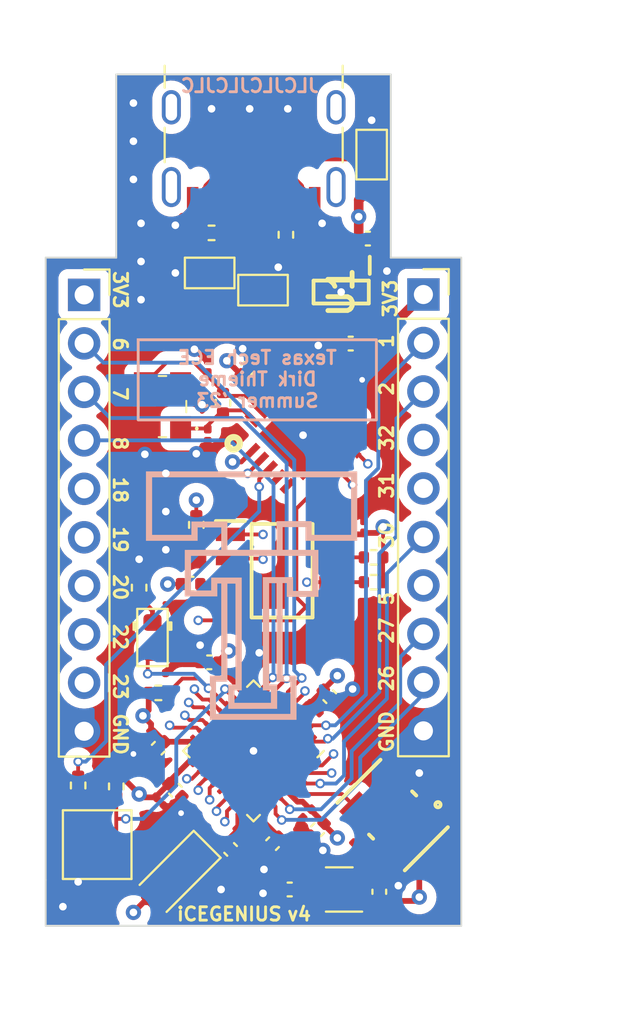
<source format=kicad_pcb>
(kicad_pcb (version 20221018) (generator pcbnew)
  (title_block (comment 4 "AISLER Project ID: WPOTRRML"))
  (layers (0 "F.Cu" signal) (1 "In1.Cu" power) (2 "In2.Cu" signal) (3 "In3.Cu" power) (4 "In4.Cu" power) (31 "B.Cu" signal) (34 "B.Paste" user) (35 "F.Paste" user) (36 "B.SilkS" user "B.Silkscreen") (37 "F.SilkS" user "F.Silkscreen") (38 "B.Mask" user) (39 "F.Mask" user) (44 "Edge.Cuts" user))
  (net 0 "")
  (net 1 "+5V")
  (net 2 "GND")
  (net 3 "+3V3")
  (net 4 "+1V2")
  (net 5 "Net-(IC1-OSC1)")
  (net 6 "Net-(IC1-OSC2)")
  (net 7 "Net-(IC1-VUSB)")
  (net 8 "+2V5")
  (net 10 "USB_D-")
  (net 11 "USB_D+")
  (net 12 "SS")
  (net 13 "CRESET_B_CTL")
  (net 16 "IOL_4B_GBIN7")
  (net 17 "IOL_5A_GBIN6")
  (net 18 "IOT_50_GBIN1")
  (net 19 "MOSI")
  (net 20 "IOR_36_GBIN2")
  (net 21 "IOR_35_GBIN3")
  (net 22 "IOL_2A")
  (net 23 "IOL_2B")
  (net 24 "IOR_34")
  (net 25 "IOR_38")
  (net 26 "IOR_39")
  (net 27 "IOT_45")
  (net 28 "IOT_47")
  (net 29 "IOT_52")
  (net 30 "IOT_53")
  (net 31 "IOL_4A")
  (net 32 "IOL_5B")
  (net 33 "CRESET_B")
  (net 35 "SCK")
  (net 37 "MISO")
  (net 40 "Net-(U3-{slash}HOLD_(IO3))")
  (net 41 "Net-(J1-CC1)")
  (net 43 "Net-(J1-CC2)")
  (net 46 "Net-(Q1-B)")
  (net 47 "Net-(U3-{slash}WP_(IO2))")
  (net 50 "/CLK_IN")
  (net 51 "Net-(D5-K)")
  (net 52 "Net-(D5-A)")
  (footprint "Connector_PinSocket_2.54mm:PinSocket_1x10_P2.54mm_Vertical" (layer "F.Cu") (at 164.915 88.53)
    (fp_text reference "J3" hide)
    (fp_text value "RIGHT")
  )
  (footprint "Resistor_SMD:R_0402_1005Metric" (layer "F.Cu") (at 157.7 85.4 -90)
    (fp_text reference "R1" hide)
    (fp_text value "5k1")
  )
  (footprint "PCM_Diode_SMD_AKL:D_0603_1608Metric" (layer "F.Cu") (at 150.7 106.5 -90)
    (fp_text reference "D5" hide)
    (fp_text value "CDONE" hide)
  )
  (footprint "Capacitor_SMD:C_0402_1005Metric" (layer "F.Cu") (at 157 117.3 -135)
    (fp_text reference "C14" hide)
    (fp_text value "1u")
  )
  (footprint "PCM_Diode_SMD_AKL:D_SOD-523_TVS" (layer "F.Cu") (at 156.5 88.3 180)
    (fp_text reference "D2" hide)
    (fp_text value "SC1006-01LTG" hide)
  )
  (footprint "Resistor_SMD:R_0402_1005Metric" (layer "F.Cu") (at 150 103.8875 -90)
    (fp_text reference "R10" hide)
    (fp_text value "10k")
  )
  (footprint "Package_DFN_QFN:HVQFN-32-1EP_5x5mm_P0.5mm_EP3.1x3.1mm" (layer "F.Cu") (at 156 112.43899 -135)
    (fp_text reference "U4" hide)
    (fp_text value "ICE40LP384-SG32")
  )
  (footprint "Capacitor_SMD:C_0402_1005Metric" (layer "F.Cu") (at 159.365685 116.568528 -135)
    (fp_text reference "C18" hide)
    (fp_text value "1u")
  )
  (footprint "SamacSys_Parts:ABM8AIG25000MHZ122ZT3" (layer "F.Cu") (at 151.225 94.4 90)
    (fp_text reference "Y1" hide)
    (fp_text value "815-ABM8AIG-12MHZ1ZT" hide)
  )
  (footprint "SamacSys_Parts:QFN65P500X500X100-21N-D" (layer "F.Cu") (at 158.6 95.9 45)
    (fp_text reference "IC1" hide)
    (fp_text value "MCP2210-I_MQ" hide)
  )
  (footprint "Capacitor_SMD:C_0201_0603Metric" (layer "F.Cu") (at 157.859135 117.982358 -135)
    (fp_text reference "C15" hide)
    (fp_text value "100n")
  )
  (footprint "PCM_Package_TO_SOT_SMD_AKL:SOT-23" (layer "F.Cu") (at 147.8 117.35)
    (fp_text reference "Q1" hide)
    (fp_text value "MMBT3904-TP\n" hide)
  )
  (footprint "Package_TO_SOT_SMD:SOT-353_SC-70-5" (layer "F.Cu") (at 160.5 119.7 180)
    (fp_text reference "U2" hide)
    (fp_text value "MIC5365-1.2YC5")
  )
  (footprint "Resistor_SMD:R_0402_1005Metric" (layer "F.Cu") (at 162.3 102.3 180)
    (fp_text reference "R4" hide)
    (fp_text value "10k")
  )
  (footprint "Resistor_SMD:R_0402_1005Metric" (layer "F.Cu") (at 162.3 103.6)
    (fp_text reference "R6" hide)
    (fp_text value "10k")
  )
  (footprint "Resistor_SMD:R_0402_1005Metric" (layer "F.Cu") (at 153.8 85.3 180)
    (fp_text reference "R2" hide)
    (fp_text value "5k1")
  )
  (footprint "SamacSys_Parts:SOIC127P600X175-8N" (layer "F.Cu") (at 157.5 103)
    (fp_text reference "U3" hide)
    (fp_text value "W25Q80DVSNIG" hide)
  )
  (footprint "Capacitor_SMD:C_0201_0603Metric" (layer "F.Cu") (at 155.1 108.3 45)
    (fp_text reference "C25" hide)
    (fp_text value "100n")
  )
  (footprint "Capacitor_SMD:C_0402_1005Metric" (layer "F.Cu") (at 151.9 114.5 -45)
    (fp_text reference "C16" hide)
    (fp_text value "1u")
  )
  (footprint "Capacitor_SMD:C_0402_1005Metric" (layer "F.Cu") (at 151 112.3 -135)
    (fp_text reference "C24" hide)
    (fp_text value "1u")
  )
  (footprint "Resistor_SMD:R_0402_1005Metric" (layer "F.Cu") (at 151.009999 109.4 180)
    (fp_text reference "R8" hide)
    (fp_text value "10k")
  )
  (footprint "Capacitor_SMD:C_0201_0603Metric" (layer "F.Cu") (at 153.6 95.9 -90)
    (fp_text reference "C8" hide)
    (fp_text value "24p")
  )
  (footprint "Capacitor_SMD:C_0201_0603Metric" (layer "F.Cu") (at 161 93.3 -45)
    (fp_text reference "C9" hide)
    (fp_text value "100n")
  )
  (footprint "SamacSys_Parts:SOT95P280X125-5N" (layer "F.Cu") (at 160.6 88.4 -90)
    (fp_text reference "U1")
    (fp_text value "BU33SD5WG-TR" hide)
  )
  (footprint "Resistor_SMD:R_0402_1005Metric" (layer "F.Cu") (at 148.8 114.3 90)
    (fp_text reference "R9" hide)
    (fp_text value "10k")
  )
  (footprint "Capacitor_SMD:C_0201_0603Metric" (layer "F.Cu") (at 156.32579 93.159135 45)
    (fp_text reference "C6" hide)
    (fp_text value "100n")
  )
  (footprint "Capacitor_SMD:C_0201_0603Metric" (layer "F.Cu") (at 155.379828 116.765614 -45)
    (fp_text reference "C13" hide)
    (fp_text value "100n")
  )
  (footprint "Capacitor_SMD:C_0201_0603Metric" (layer "F.Cu") (at 150.4 111.6 -135)
    (fp_text reference "C23" hide)
    (fp_text value "100n")
  )
  (footprint "PCM_Diode_SMD_AKL:D_SOD-523_TVS" (layer "F.Cu") (at 153.7 87.4)
    (fp_text reference "D4" hide)
    (fp_text value "SC1006-01LTG" hide)
  )
  (footprint "Capacitor_SMD:C_0402_1005Metric" (layer "F.Cu") (at 154.8 117.6 -45)
    (fp_text reference "C12" hide)
    (fp_text value "1u")
  )
  (footprint "Capacitor_SMD:C_0201_0603Metric" (layer "F.Cu") (at 159.2 110.2 -45)
    (fp_text reference "C21" hide)
    (fp_text value "100n")
  )
  (footprint "Capacitor_SMD:C_0402_1005Metric" (layer "F.Cu") (at 155.7 92.4 45)
    (fp_text reference "C5" hide)
    (fp_text value "1u")
  )
  (footprint "Capacitor_SMD:C_0402_1005Metric" (layer "F.Cu") (at 153.68 107.8 180)
    (fp_text reference "C22" hide)
    (fp_text value "1u")
  )
  (footprint "Capacitor_SMD:C_0201_0603Metric" (layer "F.Cu") (at 161.5 117.5 135)
    (fp_text reference "C11" hide)
    (fp_text value "10n")
  )
  (footprint "Capacitor_SMD:C_0201_0603Metric" (layer "F.Cu") (at 153.6 92.3 90)
    (fp_text reference "C7" hide)
    (fp_text value "24p")
  )
  (footprint "Resistor_SMD:R_0402_1005Metric" (layer "F.Cu") (at 152.7 103.7)
    (fp_text reference "R5" hide)
    (fp_text value "10k")
  )
  (footprint "Capacitor_SMD:C_0402_1005Metric" (layer "F.Cu") (at 162.6 119.82 90)
    (fp_text reference "C3" hide)
    (fp_text value "1u")
  )
  (footprint "Connector_PinSocket_2.54mm:PinSocket_1x10_P2.54mm_Vertical" (layer "F.Cu") (at 147.115 88.55)
    (fp_text reference "J2" hide)
    (fp_text value "LEFT")
  )
  (footprint "PCM_Diode_SMD_AKL:D_SOD-523_TVS" (layer "F.Cu") (at 162.2 81.2 -90)
    (fp_text reference "D3" hide)
    (fp_text value "SC1006-01LTG" hide)
  )
  (footprint "Capacitor_SMD:C_0201_0603Metric" (layer "F.Cu") (at 161.8 100.7 90)
    (fp_text reference "C10" hide)
    (fp_text value "100n")
  )
  (footprint "Capacitor_SMD:C_0402_1005Metric" (layer "F.Cu") (at 161.1 91.1 180)
    (fp_text reference "C2" hide)
    (fp_text value "1u")
  )
  (footprint "Connector_USB:USB_C_Receptacle_GCT_USB4105-xx-A_16P_TopMnt_Horizontal" (layer "F.Cu") (at 156.01 79.795 180)
    (fp_text reference "J1" hide)
    (fp_text value "USB4105-GF-A-060")
  )
  (footprint "Capacitor_SMD:C_0201_0603Metric" (layer "F.Cu") (at 151.1 115.1 -45)
    (fp_text reference "C17" hide)
    (fp_text value "100n")
  )
  (footprint "SamacSys_Parts:ASFL1" (layer "F.Cu") (at 163.3 115.8 135)
    (fp_text reference "Y2" hide)
    (fp_text value "ASFL1-100.000MHZ-L-T" hide)
  )
  (footprint "Capacitor_SMD:C_0402_1005Metric" (layer "F.Cu") (at 162 85.6)
    (fp_text reference "C1" hide)
    (fp_text value "1u")
  )
  (footprint "Resistor_SMD:R_0402_1005Metric" (layer "F.Cu") (at 153 100.6 90)
    (fp_text reference "R7" hide)
    (fp_text value "10k")
  )
  (footprint "Resistor_SMD:R_0402_1005Metric" (layer "F.Cu") (at 146.8 114.25 90)
    (fp_text reference "R11" hide)
    (fp_text value "10k")
  )
  (footprint "Diode_SMD:D_SOD-123" (layer "F.Cu") (at 151.9 119 -135)
    (fp_text reference "D1" hide)
    (fp_text value "1N4148W-TP")
  )
  (footprint "Capacitor_SMD:C_0402_1005Metric" (layer "F.Cu") (at 157.9 119.7 180)
    (fp_text reference "C4" hide)
    (fp_text value "1u")
  )
  (footprint "Capacitor_SMD:C_0402_1005Metric" (layer "F.Cu") (at 160 109.6 -45)
    (fp_text reference "C20" hide)
    (fp_text value "1u")
  )
  (footprint "Resistor_SMD:R_0402_1005Metric" (layer "F.Cu") (at 154.4 94.2 90)
    (fp_text reference "R3" hide)
    (fp_text value "1M")
  )
  (footprint "Capacitor_SMD:C_0201_0603Metric" (layer "F.Cu") (at 158.8 115.72 -135)
    (fp_text reference "C19" hide)
    (fp_text value "100n")
  )
  (footprint "Decals:TTU Logo" (layer "B.Cu") (at 155.850001 112.554227 180)
    (fp_text reference "REF**" hide)
    (fp_text value "TTU Logo" hide)
  )
  (gr_line (start 166.9 119.2) (end 166.9 121.6) (stroke (width 0.1)) (layer "Edge.Cuts"))
  (gr_line (start 145.1 119.2) (end 145.1 121.6) (stroke (width 0.1)) (layer "Edge.Cuts"))
  (gr_line (start 148.8 86.6) (end 145.1 86.6) (stroke (width 0.1)) (layer "Edge.Cuts"))
  (gr_line (start 166.9 119.2) (end 166.9 86.6) (stroke (width 0.1)) (layer "Edge.Cuts"))
  (gr_line (start 145.1 86.6) (end 145.1 119.2) (stroke (width 0.1)) (layer "Edge.Cuts"))
  (gr_line (start 166.9 121.6) (end 145.1 121.6) (stroke (width 0.1)) (layer "Edge.Cuts"))
  (gr_line (start 148.8 77) (end 148.8 86.6) (stroke (width 0.1)) (layer "Edge.Cuts"))
  (gr_line (start 166.9 86.6) (end 163.2 86.6) (stroke (width 0.1)) (layer "Edge.Cuts"))
  (gr_line (start 163.2 77) (end 148.8 77) (stroke (width 0.1)) (layer "Edge.Cuts"))
  (gr_line (start 163.2 77) (end 163.2 86.6) (stroke (width 0.1)) (layer "Edge.Cuts"))
  (gr_text "JLCJLCJLCJLC" (at 159.5 78) (layer "B.SilkS") (effects (font (size 0.7 0.7)) (justify left bottom mirror)))
  (gr_text "18" (at 148.6 98 270) (layer "F.SilkS") (effects (font (size 0.7 0.7)) (justify left bottom)))
  (gr_text "26" (at 163.4 109.4 90) (layer "F.SilkS") (effects (font (size 0.7 0.7)) (justify left bottom)))
  (gr_text "30" (at 163.4 101.900001 90) (layer "F.SilkS") (effects (font (size 0.7 0.7)) (justify left bottom)))
  (gr_text "GND" (at 163.4 112.6 90) (layer "F.SilkS") (effects (font (size 0.7 0.7)) (justify left bottom)))
  (gr_text "1" (at 163.4 91.4 90) (layer "F.SilkS") (effects (font (size 0.7 0.7)) (justify left bottom)))
  (gr_text "5" (at 163.4 104.9 90) (layer "F.SilkS") (effects (font (size 0.7 0.7)) (justify left bottom)))
  (gr_text "iCEGENIUS" (at 151.9 121.4) (layer "F.SilkS") (effects (font (size 0.7 0.7)) (justify left bottom)))
  (gr_text "22" (at 148.6 105.7 270) (layer "F.SilkS") (effects (font (size 0.7 0.7)) (justify left bottom)))
  (gr_text "2" (at 163.4 93.9 90) (layer "F.SilkS") (effects (font (size 0.7 0.7)) (justify left bottom)))
  (gr_text "7" (at 148.6 93.3 270) (layer "F.SilkS") (effects (font (size 0.7 0.7)) (justify left bottom)))
  (gr_text "23" (at 148.6 108.3 270) (layer "F.SilkS") (effects (font (size 0.7 0.7)) (justify left bottom)))
  (gr_text "3V3" (at 163.585 89.8 90) (layer "F.SilkS") (effects (font (size 0.7 0.7)) (justify left bottom)))
  (gr_text "v4" (at 157.7 121.4) (layer "F.SilkS") (effects (font (size 0.7 0.7)) (justify left bottom)))
  (gr_text "31" (at 163.4 99.3 90) (layer "F.SilkS") (effects (font (size 0.7 0.7)) (justify left bottom)))
  (gr_text "19" (at 148.6 100.6 270) (layer "F.SilkS") (effects (font (size 0.7 0.7)) (justify left bottom)))
  (gr_text "20" (at 148.6 103.1 270) (layer "F.SilkS") (effects (font (size 0.7 0.7)) (justify left bottom)))
  (gr_text "3V3" (at 148.6 87.22 -90) (layer "F.SilkS") (effects (font (size 0.7 0.7)) (justify left bottom)))
  (gr_text "6" (at 148.6 90.7 270) (layer "F.SilkS") (effects (font (size 0.7 0.7)) (justify left bottom)))
  (gr_text "27" (at 163.4 106.9 90) (layer "F.SilkS") (effects (font (size 0.7 0.7)) (justify left bottom)))
  (gr_text "GND" (at 148.6 110.4 270) (layer "F.SilkS") (effects (font (size 0.7 0.7)) (justify left bottom)))
  (gr_text "32" (at 163.4 96.8 90) (layer "F.SilkS") (effects (font (size 0.7 0.7)) (justify left bottom)))
  (gr_text "8" (at 148.6 95.9 270) (layer "F.SilkS") (effects (font (size 0.7 0.7)) (justify left bottom)))
  (gr_text_box "Texas Tech ECE\nDirk Thieme\nSummer '23" (start 149.95 90.9) (end 162.45 95.1) (layer "B.SilkS") (effects (font (size 0.7 0.7)) (justify top mirror)) (stroke (width 0.15)))
  (segment (start 156.810051 81.3) (end 158.41 82.899949) (width 0.5) (layer "F.Cu") (net 1))
  (segment (start 153.61 82.899949) (end 155.209949 81.3) (width 0.5) (layer "F.Cu") (net 1))
  (segment (start 155.989411 93.289411) (end 156.867588 94.167588) (width 0.3) (layer "F.Cu") (net 1))
  (segment (start 156.810051 81.3) (end 161.6 81.3) (width 0.5) (layer "F.Cu") (net 1))
  (segment (start 156.006587 93.385409) (end 155.910589 93.289411) (width 0.25) (layer "F.Cu") (net 1))
  (segment (start 153.61 83.475) (end 153.61 82.899949) (width 0.25) (layer "F.Cu") (net 1))
  (segment (start 155.910589 93.289411) (end 155.989411 93.289411) (width 0.25) (layer "F.Cu") (net 1))
  (segment (start 161.55 86.2) (end 161.55 85.73) (width 0.5) (layer "F.Cu") (net 1))
  (segment (start 154.9 97.3) (end 155.361523 97.3) (width 0.25) (layer "F.Cu") (net 1))
  (segment (start 154.621178 92) (end 155.360589 92.739411) (width 0.3) (layer "F.Cu") (net 1))
  (segment (start 161.6 81.3) (end 162.2 81.9) (width 0.5) (layer "F.Cu") (net 1))
  (segment (start 162.2 82.9) (end 162.2 81.9) (width 0.5) (layer "F.Cu") (net 1))
  (segment (start 161.55 85.73) (end 161.52 85.7) (width 0.5) (layer "F.Cu") (net 1))
  (segment (start 158.41 82.899949) (end 158.41 83.475) (width 0.25) (layer "F.Cu") (net 1))
  (segment (start 159.65 87) (end 159.65 86.6) (width 0.2) (layer "F.Cu") (net 1))
  (segment (start 161.52 84.455) (end 161.52 85.7) (width 0.5) (layer "F.Cu") (net 1))
  (segment (start 155.209949 81.3) (end 156.810051 81.3) (width 0.5) (layer "F.Cu") (net 1))
  (segment (start 156.099516 93.385409) (end 156.006587 93.385409) (width 0.25) (layer "F.Cu") (net 1))
  (segment (start 161.55 87) (end 161.55 86.2) (width 0.5) (layer "F.Cu") (net 1))
  (segment (start 160.05 86.2) (end 161.55 86.2) (width 0.2) (layer "F.Cu") (net 1))
  (segment (start 155.910589 93.289411) (end 155.360589 92.739411) (width 0.3) (layer "F.Cu") (net 1))
  (segment (start 161.52 83.58) (end 162.2 82.9) (width 0.5) (layer "F.Cu") (net 1))
  (segment (start 154.6 92) (end 154.621178 92) (width 0.25) (layer "F.Cu") (net 1))
  (segment (start 161.52 84.455) (end 161.52 83.58) (width 0.5) (layer "F.Cu") (net 1))
  (segment (start 155.361523 97.3) (end 155.94835 96.713173) (width 0.25) (layer "F.Cu") (net 1))
  (segment (start 159.65 86.6) (end 160.05 86.2) (width 0.2) (layer "F.Cu") (net 1))
  (via (at 154.6 92) (size 0.8) (drill 0.4) (layers "F.Cu" "B.Cu") (net 1))
  (via (at 154.9 97.3) (size 0.8) (drill 0.4) (layers "F.Cu" "B.Cu") (net 1))
  (via (at 161.52 84.455) (size 0.8) (drill 0.4) (layers "F.Cu" "B.Cu") (net 1))
  (segment (start 159.426274 110.426274) (end 159.913137 109.939411) (width 0.3) (layer "F.Cu") (net 2))
  (segment (start 152.4 84.5) (end 152.81 84.09) (width 0.5) (layer "F.Cu") (net 2))
  (segment (start 152.239411 115.660589) (end 152.239411 114.839411) (width 0.3) (layer "F.Cu") (net 2))
  (segment (start 153.29 85.3) (end 153.2 85.3) (width 0.5) (layer "F.Cu") (net 2))
  (segment (start 152.2 115.7) (end 151.826274 115.326274) (width 0.3) (layer "F.Cu") (net 2))
  (segment (start 156 112.43899) (end 156 112.792543) (width 0.2) (layer "F.Cu") (net 2))
  (segment (start 162.48 86.78) (end 163 87.3) (width 0.5) (layer "F.Cu") (net 2))
  (segment (start 157.7 86.7) (end 157.3 87.1) (width 0.5) (layer "F.Cu") (net 2))
  (segment (start 150.173726 112.126274) (end 149.7 112.6) (width 0.3) (layer "F.Cu") (net 2))
  (segment (start 155.839411 117.939411) (end 155.139411 117.939411) (width 0.3) (layer "F.Cu") (net 2))
  (segment (start 156.5 119.9) (end 156.7 119.7) (width 0.3) (layer "F.Cu") (net 2))
  (segment (start 152.25 93.25) (end 153.3 94.3) (width 0.5) (layer "F.Cu") (net 2))
  (segment (start 150.173726 111.826274) (end 150.173726 112.126274) (width 0.3) (layer "F.Cu") (net 2))
  (segment (start 158.573726 115.946274) (end 158.573726 116.455391) (width 0.3) (layer "F.Cu") (net 2))
  (segment (start 156.55 118.65) (end 156.660589 118.539411) (width 0.2) (layer "F.Cu") (net 2))
  (segment (start 157.2 87.2) (end 157.3 87.1) (width 0.5) (layer "F.Cu") (net 2))
  (segment (start 160.860589 109.939411) (end 161.2 109.6) (width 0.3) (layer "F.Cu") (net 2))
  (segment (start 153.22 107.8) (end 153.22 106.92) (width 0.3) (layer "F.Cu") (net 2))
  (segment (start 151.826274 115.326274) (end 151.326274 115.326274) (width 0.3) (layer "F.Cu") (net 2))
  (segment (start 153.48 91.98) (end 152.9 91.4) (width 0.25) (layer "F.Cu") (net 2))
  (segment (start 164.175843 114.124157) (end 164.7 113.6) (width 0.5) (layer "F.Cu") (net 2))
  (segment (start 160.62 91.1) (end 159.5 91.1) (width 0.5) (layer "F.Cu") (net 2))
  (segment (start 159.21 84.41) (end 159.6 84.8) (width 0.5) (layer "F.Cu") (net 2))
  (segment (start 150.660589 112.639411) (end 149.739411 112.639411) (width 0.3) (layer "F.Cu") (net 2))
  (segment (start 156.55 118.65) (end 155.606102 117.706102) (width 0.3) (layer "F.Cu") (net 2))
  (segment (start 157.2 88.3) (end 157.2 87.2) (width 0.5) (layer "F.Cu") (net 2))
  (segment (start 161.7 93.052548) (end 161.226274 93.526274) (width 0.3) (layer "F.Cu") (net 2))
  (segment (start 162.2 80.5) (end 162.2 79.4) (width 0.5) (layer "F.Cu") (net 2))
  (segment (start 155.726274 107.873726) (end 156.3 107.3) (width 0.3) (layer "F.Cu") (net 2))
  (segment (start 156.7 119.7) (end 157.42 119.7) (width 0.3) (layer "F.Cu") (net 2))
  (segment (start 156.552064 92.932861) (end 156.552064 92.573242) (width 0.3) (layer "F.Cu") (net 2))
  (segment (start 162.24 119.7) (end 162.6 119.34) (width 0.3) (layer "F.Cu") (net 2))
  (segment (start 154.795 104.905) (end 154.8 104.9) (width 0.5) (layer "F.Cu") (net 2))
  (segment (start 161.45 119.7) (end 162.24 119.7) (width 0.3) (layer "F.Cu") (net 2))
  (segment (start 157.327208 93.707969) (end 158.6 94.980761) (width 0.2) (layer "F.Cu") (net 2))
  (segment (start 159.913137 109.939411) (end 160.860589 109.939411) (width 0.3) (layer "F.Cu") (net 2))
  (segment (start 161.2 109.6) (end 161.2 109.2) (width 0.2) (layer "F.Cu") (net 2))
  (segment (start 161.273726 117.273726) (end 161.436289 117.111163) (width 0.2) (layer "F.Cu") (net 2))
  (segment (start 157.06066 112.43899) (end 158.253903 111.245747) (width 0.2) (layer "F.Cu") (net 2))
  (segment (start 156.552064 92.573242) (end 156.039411 92.060589) (width 0.3) (layer "F.Cu") (net 2))
  (segment (start 162.48 85.6) (end 162.48 86.78) (width 0.5) (layer "F.Cu") (net 2))
  (segment (start 156.039411 91.976141) (end 156.039411 92.060589) (width 0.25) (layer "F.Cu") (net 2))
  (segment (start 161.7 93) (end 161.7 93.052548) (width 0.2) (layer "F.Cu") (net 2))
  (segment (start 156.991368 118.208632) (end 157.632861 118.208632) (width 0.3) (layer "F.Cu") (net 2))
  (segment (start 156 112.792543) (end 154.453204 114.339339) (width 0.2) (layer "F.Cu") (net 2))
  (segment (start 157.7 85.91) (end 157.7 86.7) (width 0.5) (layer "F.Cu") (net 2))
  (segment (start 159.21 83.475) (end 159.21 84.41) (width 0.5) (layer "F.Cu") (net 2))
  (segment (start 152.3 84.5) (end 152.4 84.5) (width 0.5) (layer "F.Cu") (net 2))
  (segment (start 155.526274 107.873726) (end 155.726274 107.873726) (width 0.3) (layer "F.Cu") (net 2))
  (segment (start 153.6 96.2695) (end 153.6 96.22) (width 0.3) (layer "F.Cu") (net 2))
  (segment (start 159.026274 116.907939) (end 159.026274 117.035621) (width 0.2) (layer "F.Cu") (net 2))
  (segment (start 151.9 84.9) (end 152.3 84.5) (width 0.5) (layer "F.Cu") (net 2))
  (segment (start 152.81 84.09) (end 152.81 83.475) (width 0.5) (layer "F.Cu") (net 2))
  (segment (start 156.55 118.65) (end 155.839411 117.939411) (width 0.3) (layer "F.Cu") (net 2))
  (segment (start 160.6 87) (end 160.6 88.4) (width 0.5) (layer "F.Cu") (net 2))
  (segment (start 153.6 91.98) (end 153.48 91.98) (width 0.25) (layer "F.Cu") (net 2))
  (segment (start 153 87.4) (end 151.9 87.4) (width 0.5) (layer "F.Cu") (net 2))
  (segment (start 160.339411 109.939411) (end 160.860589 109.939411) (width 0.3) (layer "F.Cu") (net 2))
  (segment (start 156.660589 118.539411) (end 156.660589 117.639411) (width 0.3) (layer "F.Cu") (net 2))
  (segment (start 161.819134 117.111163) (end 163.179792 115.750505) (width 0.2) (layer "F.Cu") (net 2))
  (segment (start 153.22 106.92) (end 153.2 106.9) (width 0.2) (layer "F.Cu") (net 2))
  (segment (start 158.6 94.980761) (end 158.6 95.9) (width 0.2) (layer "F.Cu") (net 2))
  (segment (start 156.55 118.65) (end 156.991368 118.208632) (width 0.3) (layer "F.Cu") (net 2))
  (segment (start 161.436289 117.111163) (end 161.819134 117.111163) (width 0.2) (layer "F.Cu") (net 2))
  (segment (start 153.2 85.3) (end 152.4 84.5) (width 0.5) (layer "F.Cu") (net 2))
  (segment (start 152.175 93.25) (end 152.25 93.25) (width 0.5) (layer "F.Cu") (net 2))
  (segment (start 152.2 115.7) (end 152.239411 115.660589) (width 0.2) (layer "F.Cu") (net 2))
  (segment (start 159.026274 117.035621) (end 159.641121 117.650468) (width 0.3) (layer "F.Cu") (net 2))
  (segment (start 162.76 119.5) (end 162.6 119.34) (width 0.3) (layer "F.Cu") (net 2))
  (segment (start 153 96.8695) (end 153.6 96.2695) (width 0.3) (layer "F.Cu") (net 2))
  (segment (start 158.573726 116.455391) (end 159.026274 116.907939) (width 0.3) (layer "F.Cu") (net 2))
  (segment (start 154.788 104.905) (end 154.795 104.905) (width 0.5) (layer "F.Cu") (net 2))
  (segment (start 163.6 119.5) (end 162.76 119.5) (width 0.3) (layer "F.Cu") (net 2))
  (segment (start 163.179792 115.750505) (end 163.179792 114.124157) (width 0.2) (layer "F.Cu") (net 2))
  (segment (start 156 112.43899) (end 157.06066 112.43899) (width 0.2) (layer "F.Cu") (net 2))
  (segment (start 149.739411 112.639411) (end 149.7 112.6) (width 0.2) (layer "F.Cu") (net 2))
  (segment (start 155.606102 117.706102) (end 155.606102 116.991888) (width 0.3) (layer "F.Cu") (net 2))
  (segment (start 146.8 118.3) (end 146.8 119.3) (width 0.3) (layer "F.Cu") (net 2))
  (segment (start 150 103.3775) (end 150 102.4) (width 0.3) (layer "F.Cu") (net 2))
  (segment (start 150.275 96.875) (end 150.3 96.9) (width 0.5) (layer "F.Cu") (net 2))
  (segment (start 155.431635 91.368365) (end 156.039411 91.976141) (width 0.3) (layer "F.Cu") (net 2))
  (segment (start 163.179792 114.124157) (end 164.175843 114.124157) (width 0.5) (layer "F.Cu") (net 2))
  (segment (start 150.275 95.55) (end 150.275 96.875) (width 0.5) (layer "F.Cu") (net 2))
  (segment (start 159.5 91.1) (end 159.4 91.2) (width 0.5) (layer "F.Cu") (net 2))
  (via (at 163.6 119.5) (size 0.8) (drill 0.4) (layers "F.Cu" "B.Cu") (net 2))
  (via (at 151.9 84.9) (size 0.8) (drill 0.4) (layers "F.Cu" "B.Cu") (net 2))
  (via (at 151.4 97.899999) (size 0.8) (drill 0.4) (layers "F.Cu" "B.Cu") (net 2))
  (via (at 151.4 99.9) (size 0.8) (drill 0.4) (layers "F.Cu" "B.Cu") (net 2))
  (via (at 156.5 119.9) (size 0.8) (drill 0.4) (layers "F.Cu" "B.Cu") (net 2))
  (via (at 164.7 113.6) (size 0.8) (drill 0.4) (layers "F.Cu" "B.Cu") (net 2))
  (via (at 153 96.8695) (size 0.8) (drill 0.4) (layers "F.Cu" "B.Cu") (net 2))
  (via (at 155.8 78.8) (size 0.8) (drill 0.4) (layers "F.Cu" "B.Cu") (net 2))
  (via (at 159.4 91.2) (size 0.8) (drill 0.4) (layers "F.Cu" "B.Cu") (net 2))
  (via (at 152.9 91.4) (size 0.8) (drill 0.4) (layers "F.Cu" "B.Cu") (net 2))
  (via (at 157.800001 78.8) (size 0.8) (drill 0.4) (layers "F.Cu" "B.Cu") (net 2))
  (via (at 150.1 88.8) (size 0.8) (drill 0.4) (layers "F.Cu" "B.Cu") (net 2))
  (via (at 158.6 95.9) (size 0.8) (drill 0.4) (layers "F.Cu" "B.Cu") (net 2))
  (via (at 150.3 96.9) (size 0.8) (drill 0.4) (layers "F.Cu" "B.Cu") (net 2))
  (via (at 153.799999 78.8) (size 0.8) (drill 0.4) (layers "F.Cu" "B.Cu") (net 2))
  (via (at 161.7 93) (size 0.5) (drill 0.3) (layers "F.Cu" "B.Cu") (net 2))
  (via (at 151.4 101.900001) (size 0.8) (drill 0.4) (layers "F.Cu" "B.Cu") (net 2))
  (via (at 153.3 94.3) (size 0.8) (drill 0.4) (layers "F.Cu" "B.Cu") (net 2))
  (via (at 161.2 109.2) (size 0.8) (drill 0.4) (layers "F.Cu" "B.Cu") (net 2))
  (via (at 156.3 107.3) (size 0.8) (drill 0.4) (layers "F.Cu" "B.Cu") (net 2))
  (via (at 153.2 106.9) (size 0.8) (drill 0.4) (layers "F.Cu" "B.Cu") (net 2))
  (via (at 149.7 112.6) (size 0.5) (drill 0.3) (layers "F.Cu" "B.Cu") (net 2))
  (via (at 156.55 118.65) (size 0.8) (drill 0.4) (layers "F.Cu" "B.Cu") (net 2))
  (via (at 149.7 80.5) (size 0.8) (drill 0.4) (layers "F.Cu" "B.Cu") (net 2))
  (via (at 150.1 84.8) (size 0.8) (drill 0.4) (layers "F.Cu" "B.Cu") (net 2))
  (via (at 150 102.4) (size 0.8) (drill 0.4) (layers "F.Cu" "B.Cu") (net 2))
  (via (at 151.9 87.4) (size 0.8) (drill 0.4) (layers "F.Cu" "B.Cu") (net 2))
  (via (at 149.7 78.5) (size 0.8) (drill 0.4) (layers "F.Cu" "B.Cu") (net 2))
  (via (at 160.6 88.4) (size 0.8) (drill 0.4) (layers "F.Cu" "B.Cu") (net 2))
  (via (at 155.431635 91.368365) (size 0.8) (drill 0.4) (layers "F.Cu" "B.Cu") (net 2))
  (via (at 146.8 119.3) (size 0.8) (drill 0.4) (layers "F.Cu" "B.Cu") (net 2))
  (via (at 162.2 79.4) (size 0.8) (drill 0.4) (layers "F.Cu" "B.Cu") (net 2))
  (via (at 152.2 115.7) (size 0.5) (drill 0.3) (layers "F.Cu" "B.Cu") (net 2))
  (via (at 154.3 119.7) (size 0.8) (drill 0.4) (layers "F.Cu" "B.Cu") (net 2))
  (via (at 149.7 82.5) (size 0.8) (drill 0.4) (layers "F.Cu" "B.Cu") (net 2))
  (via (at 159.641121 117.650468) (size 0.8) (drill 0.4) (layers "F.Cu" "B.Cu") (net 2))
  (via (at 150.1 86.8) (size 0.8) (drill 0.4) (layers "F.Cu" "B.Cu") (net 2))
  (via (at 146 120.6) (size 0.8) (drill 0.4) (layers "F.Cu" "B.Cu") (net 2))
  (via (at 156 112.43899) (size 0.8) (drill 0.4) (layers "F.Cu" "B.Cu") (net 2))
  (via (at 163 87.3) (size 0.8) (drill 0.4) (layers "F.Cu" "B.Cu") (net 2))
  (via (at 157.3 87.1) (size 0.8) (drill 0.4) (layers "F.Cu" "B.Cu") (net 2))
  (via (at 159.6 84.8) (size 0.8) (drill 0.4) (layers "F.Cu" "B.Cu") (net 2))
  (segment (start 150.626274 111.026274) (end 150.2 110.6) (width 0.3) (layer "F.Cu") (net 3))
  (segment (start 163.169777 117.726274) (end 163.420208 117.475843) (width 0.2) (layer "F.Cu") (net 3))
  (segment (start 162.6 120.3) (end 161.5 120.3) (width 0.3) (layer "F.Cu") (net 3))
  (segment (start 161.55 91.07) (end 161.58 91.1) (width 0.5) (layer "F.Cu") (net 3))
  (segment (start 152.697056 112.925126) (end 153.03899 112.925126) (width 0.3) (layer "F.Cu") (net 3))
  (segment (start 158.818817 109.973726) (end 158.973726 109.973726) (width 0.2) (layer "F.Cu") (net 3))
  (segment (start 162.8 103.59) (end 162.81 103.6) (width 0.2) (layer "F.Cu") (net 3))
  (segment (start 150.873726 114.873726) (end 150.173726 114.873726) (width 0.3) (layer "F.Cu") (net 3))
  (segment (start 162.8 100.7005) (end 162.8 103.59) (width 0.2) (layer "F.Cu") (net 3))
  (segment (start 150.173726 114.873726) (end 150 114.7) (width 0.3) (layer "F.Cu") (net 3))
  (segment (start 150.626274 111.373726) (end 150.752548 111.373726) (width 0.2) (layer "F.Cu") (net 3))
  (segment (start 160.925 120.35) (end 160.825 120.25) (width 0.3) (layer "F.Cu") (net 3))
  (segment (start 164.7 118.755635) (end 163.420208 117.475843) (width 0.3) (layer "F.Cu") (net 3))
  (segment (start 164.7 120.1) (end 164.7 118.755635) (width 0.3) (layer "F.Cu") (net 3))
  (segment (start 151.560589 114.160589) (end 151.560589 114.061593) (width 0.2) (layer "F.Cu") (net 3))
  (segment (start 152.19 103.7) (end 151.5 103.7) (width 0.2) (layer "F.Cu") (net 3))
  (segment (start 157.546796 114.339339) (end 158.306957 115.0995) (width 0.3) (layer "F.Cu") (net 3))
  (segment (start 162.345 91.1) (end 164.915 88.53) (width 0.5) (layer "F.Cu") (net 3))
  (segment (start 158.973726 109.947452) (end 159.660589 109.260589) (width 0.3) (layer "F.Cu") (net 3))
  (segment (start 150.233274 120.366726) (end 150.933274 120.366726) (width 0.3) (layer "F.Cu") (net 3))
  (segment (start 150.499999 109.4) (end 150.499999 110.300001) (width 0.3) (layer "F.Cu") (net 3))
  (segment (start 161.725 101.095) (end 161.8 101.02) (width 0.2) (layer "F.Cu") (net 3))
  (segment (start 153.031255 111.960589) (end 153.03899 111.952854) (width 0.2) (layer "F.Cu") (net 3))
  (segment (start 158.973726 109.973726) (end 158.973726 109.947452) (width 0.2) (layer "F.Cu") (net 3))
  (segment (start 164.975843 115.920208) (end 163.420208 117.475843) (width 0.2) (layer "F.Cu") (net 3))
  (segment (start 151.339411 111.960589) (end 153.031255 111.960589) (width 0.3) (layer "F.Cu") (net 3))
  (segment (start 148.8 113.79) (end 149.09 113.79) (width 0.3) (layer "F.Cu") (net 3))
  (segment (start 162.8005 100.7) (end 162.4805 101.02) (width 0.3) (layer "F.Cu") (net 3))
  (segment (start 150.499999 110.300001) (end 150.2 110.6) (width 0.3) (layer "F.Cu") (net 3))
  (segment (start 161.5 120.3) (end 161.45 120.35) (width 0.2) (layer "F.Cu") (net 3))
  (segment (start 149.09 113.79) (end 150 114.7) (width 0.3) (layer "F.Cu") (net 3))
  (segment (start 154.18 108.031471) (end 155.513864 109.365335) (width 0.3) (layer "F.Cu") (net 3))
  (segment (start 160.212 101.095) (end 161.725 101.095) (width 0.3) (layer "F.Cu") (net 3))
  (segment (start 160.4 117) (end 159.705096 116.305096) (width 0.3) (layer "F.Cu") (net 3))
  (segment (start 159.705096 116.305096) (end 159.705096 116.229117) (width 0.2) (layer "F.Cu") (net 3))
  (segment (start 157.900349 110.892194) (end 158.818817 109.973726) (width 0.3) (layer "F.Cu") (net 3))
  (segment (start 150.873726 114.873726) (end 150.873726 114.847452) (width 0.2) (layer "F.Cu") (net 3))
  (segment (start 161.58 91.1) (end 162.345 91.1) (width 0.5) (layer "F.Cu") (net 3))
  (segment (start 161.45 120.35) (end 160.925 120.35) (width 0.3) (layer "F.Cu") (net 3))
  (segment (start 149.7 120.9) (end 150.233274 120.366726) (width 0.3) (layer "F.Cu") (net 3))
  (segment (start 164.7 120.1) (end 164.5 120.3) (width 0.3) (layer "F.Cu") (net 3))
  (segment (start 158.306957 115.0995) (end 158.575479 115.0995) (width 0.3) (layer "F.Cu") (net 3))
  (segment (start 160.825 120.25) (end 160.825 119.15) (width 0.3) (layer "F.Cu") (net 3))
  (segment (start 158.575479 115.0995) (end 159.705096 116.229117) (width 0.3) (layer "F.Cu") (net 3))
  (segment (start 161.55 89.8) (end 161.55 91.07) (width 0.5) (layer "F.Cu") (net 3))
  (segment (start 154.7 107.2) (end 154.18 107.72) (width 0.3) (layer "F.Cu") (net 3))
  (segment (start 162.4805 101.02) (end 161.8 101.02) (width 0.3) (layer "F.Cu") (net 3))
  (segment (start 162.8005 100.7) (end 162.8 100.7005) (width 0.2) (layer "F.Cu") (net 3))
  (segment (start 150.873726 114.847452) (end 151.560589 114.160589) (width 0.3) (layer "F.Cu") (net 3))
  (segment (start 154.18 107.72) (end 154.18 108.031471) (width 0.3) (layer "F.Cu") (net 3))
  (segment (start 150.626274 111.373726) (end 150.626274 111.026274) (width 0.3) (layer "F.Cu") (net 3))
  (segment (start 161.726274 117.726274) (end 163.169777 117.726274) (width 0.2) (layer "F.Cu") (net 3))
  (segment (start 153 100.09) (end 153 99.3) (width 0.2) (layer "F.Cu") (net 3))
  (segment (start 160.925 119.05) (end 161.45 119.05) (width 0.3) (layer "F.Cu") (net 3))
  (segment (start 159.660589 109.239411) (end 160.4 108.5) (width 0.3) (layer "F.Cu") (net 3))
  (segment (start 159.660589 109.260589) (end 159.660589 109.239411) (width 0.2) (layer "F.Cu") (net 3))
  (segment (start 155.513864 109.365335) (end 155.513864 109.47798) (width 0.3) (layer "F.Cu") (net 3))
  (segment (start 160.825 119.15) (end 160.925 119.05) (width 0.3) (layer "F.Cu") (net 3))
  (segment (start 151.560589 114.061593) (end 152.697056 112.925126) (width 0.3) (layer "F.Cu") (net 3))
  (segment (start 150.752548 111.373726) (end 151.339411 111.960589) (width 0.3) (layer "F.Cu") (net 3))
  (segment (start 164.5 120.3) (end 162.6 120.3) (width 0.3) (layer "F.Cu") (net 3))
  (via (at 160.4 108.5) (size 0.8) (drill 0.4) (layers "F.Cu" "B.Cu") (net 3))
  (via (at 164.7 120.1) (size 0.8) (drill 0.4) (layers "F.Cu" "B.Cu") (net 3))
  (via (at 150 114.7) (size 0.8) (drill 0.4) (layers "F.Cu" "B.Cu") (net 3))
  (via (at 154.7 107.2) (size 0.8) (drill 0.4) (layers "F.Cu" "B.Cu") (net 3))
  (via (at 151.5 103.7) (size 0.8) (drill 0.4) (layers "F.Cu" "B.Cu") (net 3))
  (via (at 153 99.3) (size 0.8) (drill 0.4) (layers "F.Cu" "B.Cu") (net 3))
  (via (at 160.4 117) (size 0.8) (drill 0.4) (layers "F.Cu" "B.Cu") (net 3))
  (via (at 149.7 120.9) (size 0.8) (drill 0.4) (layers "F.Cu" "B.Cu") (net 3))
  (via (at 150.2 110.6) (size 0.8) (drill 0.4) (layers "F.Cu" "B.Cu") (net 3))
  (via (at 162.8005 100.7) (size 0.8) (drill 0.4) (layers "F.Cu" "B.Cu") (net 3))
  (segment (start 156.486136 116.107314) (end 156.486136 115.4) (width 0.3) (layer "F.Cu") (net 4))
  (segment (start 158.085409 117.756084) (end 158.085409 117.706587) (width 0.2) (layer "F.Cu") (net 4))
  (segment (start 158.28 117.950675) (end 158.085409 117.756084) (width 0.3) (layer "F.Cu") (net 4))
  (segment (start 158.085409 117.706587) (end 157.339411 116.960589) (width 0.3) (layer "F.Cu") (net 4))
  (segment (start 158.38 119.7) (end 158.38 119.88) (width 0.3) (layer "F.Cu") (net 4))
  (segment (start 158.85 120.35) (end 159.55 120.35) (width 0.3) (layer "F.Cu") (net 4))
  (segment (start 157.339411 116.960589) (end 156.486136 116.107314) (width 0.3) (layer "F.Cu") (net 4))
  (segment (start 158.38 118.050675) (end 158.28 117.950675) (width 0.3) (layer "F.Cu") (net 4))
  (segment (start 158.38 119.88) (end 158.85 120.35) (width 0.3) (layer "F.Cu") (net 4))
  (segment (start 158.38 119.7) (end 158.38 118.050675) (width 0.3) (layer "F.Cu") (net 4))
  (segment (start 156.407969 94.627208) (end 155.620761 93.84) (width 0.2) (layer "F.Cu") (net 5))
  (segment (start 152.890684 92.1) (end 151.425 92.1) (width 0.2) (layer "F.Cu") (net 5))
  (segment (start 155.620761 93.84) (end 154.55 93.84) (width 0.2) (layer "F.Cu") (net 5))
  (segment (start 154.4 93.69) (end 154.4 93.609316) (width 0.2) (layer "F.Cu") (net 5))
  (segment (start 154.55 93.84) (end 154.4 93.69) (width 0.2) (layer "F.Cu") (net 5))
  (segment (start 151.425 92.1) (end 150.275 93.25) (width 0.2) (layer "F.Cu") (net 5))
  (segment (start 154.4 93.609316) (end 152.890684 92.1) (width 0.2) (layer "F.Cu") (net 5))
  (segment (start 152.175 95.55) (end 153.435 95.55) (width 0.2) (layer "F.Cu") (net 6))
  (segment (start 153.435 95.55) (end 154.125 94.86) (width 0.2) (layer "F.Cu") (net 6))
  (segment (start 155.461523 94.6) (end 155.94835 95.086827) (width 0.2) (layer "F.Cu") (net 6))
  (segment (start 154.385 94.6) (end 155.461523 94.6) (width 0.2) (layer "F.Cu") (net 6))
  (segment (start 154.125 94.86) (end 154.385 94.6) (width 0.2) (layer "F.Cu") (net 6))
  (segment (start 160.507035 93.073726) (end 160.773726 93.073726) (width 0.2) (layer "F.Cu") (net 7))
  (segment (start 159.872792 93.707969) (end 160.507035 93.073726) (width 0.2) (layer "F.Cu") (net 7))
  (segment (start 154.460589 117.232305) (end 155.153554 116.53934) (width 0.2) (layer "F.Cu") (net 8))
  (segment (start 153.066726 117.833274) (end 153.5 117.4) (width 0.25) (layer "F.Cu") (net 8))
  (segment (start 153.5 117.4) (end 154.321178 117.4) (width 0.25) (layer "F.Cu") (net 8))
  (segment (start 155.153554 115.76031) (end 155.513864 115.4) (width 0.2) (layer "F.Cu") (net 8))
  (segment (start 154.460589 117.260589) (end 154.460589 117.232305) (width 0.2) (layer "F.Cu") (net 8))
  (segment (start 154.321178 117.4) (end 154.460589 117.260589) (width 0.25) (layer "F.Cu") (net 8))
  (segment (start 155.153554 116.53934) (end 155.153554 115.76031) (width 0.2) (layer "F.Cu") (net 8))
  (segment (start 156.76 84.14) (end 156.76 83.475) (width 0.25) (layer "F.Cu") (net 10))
  (segment (start 158.8 92.635177) (end 158.8 92.5) (width 0.25) (layer "F.Cu") (net 10))
  (segment (start 155.76 83.475) (end 155.76 84.19) (width 0.25) (layer "F.Cu") (net 10))
  (segment (start 156.3 84.4) (end 156.5 84.4) (width 0.25) (layer "F.Cu") (net 10))
  (segment (start 156.2 84.4) (end 156.02 84.58) (width 0.25) (layer "F.Cu") (net 10))
  (segment (start 155.76 84.19) (end 155.97 84.4) (width 0.25) (layer "F.Cu") (net 10))
  (segment (start 155.97 84.4) (end 156.3 84.4) (width 0.25) (layer "F.Cu") (net 10))
  (segment (start 159.413173 93.24835) (end 158.8 92.635177) (width 0.25) (layer "F.Cu") (net 10))
  (segment (start 156.5 84.4) (end 156.2 84.4) (width 0.25) (layer "F.Cu") (net 10))
  (segment (start 155.47 86.71) (end 155.47 89.17) (width 0.55) (layer "F.Cu") (net 10))
  (segment (start 156.02 84.98) (end 156.02 86.16) (width 0.55) (layer "F.Cu") (net 10))
  (segment (start 156.02 86.16) (end 155.47 86.71) (width 0.55) (layer "F.Cu") (net 10))
  (segment (start 156.02 84.58) (end 156.02 84.98) (width 0.25) (layer "F.Cu") (net 10))
  (segment (start 155.47 89.17) (end 157.4 91.1) (width 0.55) (layer "F.Cu") (net 10))
  (segment (start 157.4 91.1) (end 158.8 92.5) (width 0.55) (layer "F.Cu") (net 10))
  (segment (start 156.5 84.4) (end 156.76 84.14) (width 0.25) (layer "F.Cu") (net 10))
  (segment (start 156.26 82.65) (end 156.26 83.475) (width 0.25) (layer "F.Cu") (net 11))
  (segment (start 154.8 89.5) (end 154.8 86.4) (width 0.55) (layer "F.Cu") (net 11))
  (segment (start 156.11 82.5) (end 156.26 82.65) (width 0.25) (layer "F.Cu") (net 11))
  (segment (start 155.35 84.85) (end 155.26 84.76) (width 0.25) (layer "F.Cu") (net 11))
  (segment (start 156.6 91.3) (end 154.8 89.5) (width 0.55) (layer "F.Cu") (net 11))
  (segment (start 157.786827 93.24835) (end 157.786827 92.486827) (width 0.25) (layer "F.Cu") (net 11))
  (segment (start 154.8 86.4) (end 155.35 85.85) (width 0.55) (layer "F.Cu") (net 11))
  (segment (start 155.35 85.85) (end 155.35 84.85) (width 0.55) (layer "F.Cu") (net 11))
  (segment (start 156.6 91.3) (end 157.6 92.3) (width 0.55) (layer "F.Cu") (net 11))
  (segment (start 155.4 82.5) (end 156.11 82.5) (width 0.25) (layer "F.Cu") (net 11))
  (segment (start 155.26 83.475) (end 155.26 82.64) (width 0.25) (layer "F.Cu") (net 11))
  (segment (start 155.26 82.64) (end 155.4 82.5) (width 0.25) (layer "F.Cu") (net 11))
  (segment (start 157.786827 92.486827) (end 157.6 92.3) (width 0.25) (layer "F.Cu") (net 11))
  (segment (start 155.26 84.76) (end 155.26 83.475) (width 0.25) (layer "F.Cu") (net 11))
  (segment (start 153.015 101.095) (end 153 101.11) (width 0.2) (layer "F.Cu") (net 12))
  (segment (start 153.321726 110.821376) (end 152.642788 110.821376) (width 0.2) (layer "F.Cu") (net 12))
  (segment (start 156.5 101.1) (end 154.793 101.1) (width 0.2) (layer "F.Cu") (net 12))
  (segment (start 154.788 101.095) (end 153.015 101.095) (width 0.2) (layer "F.Cu") (net 12))
  (segment (start 156.407969 97.192031) (end 155.7 97.9) (width 0.2) (layer "F.Cu") (net 12))
  (segment (start 152.642788 110.821376) (end 152.397937 110.576525) (width 0.2) (layer "F.Cu") (net 12))
  (segment (start 153.746097 111.245747) (end 153.321726 110.821376) (width 0.2) (layer "F.Cu") (net 12))
  (segment (start 156.407969 97.172792) (end 156.407969 97.192031) (width 0.2) (layer "F.Cu") (net 12))
  (segment (start 154.793 101.1) (end 154.788 101.095) (width 0.2) (layer "F.Cu") (net 12))
  (via (at 152.397937 110.576525) (size 0.5) (drill 0.3) (layers "F.Cu" "B.Cu") (net 12))
  (via (at 156.5 101.1) (size 0.5) (drill 0.3) (layers "F.Cu" "B.Cu") (net 12))
  (via (at 155.7 97.9) (size 0.5) (drill 0.3) (layers "F.Cu" "B.Cu") (net 12))
  (segment (start 156.3 98.2) (end 156.3 98.6) (width 0.2) (layer "F.Cu") (net 13))
  (segment (start 156.867588 97.632412) (end 156.3 98.2) (width 0.2) (layer "F.Cu") (net 13))
  (segment (start 146.8 113) (end 146.8 113.74) (width 0.2) (layer "F.Cu") (net 13))
  (via (at 146.8 113) (size 0.5) (drill 0.3) (layers "F.Cu" "B.Cu") (net 13))
  (via (at 156.3 98.6) (size 0.5) (drill 0.3) (layers "F.Cu" "B.Cu") (net 13))
  (segment (start 148.265 111.935) (end 147.2 113) (width 0.2) (layer "B.Cu") (net 13))
  (segment (start 147.2 113) (end 146.8 113) (width 0.2) (layer "B.Cu") (net 13))
  (segment (start 156.3 99.88995) (end 148.265 107.92495) (width 0.2) (layer "B.Cu") (net 13))
  (segment (start 156.3 98.6) (end 156.3 99.88995) (width 0.2) (layer "B.Cu") (net 13))
  (segment (start 148.265 107.92495) (end 148.265 111.935) (width 0.2) (layer "B.Cu") (net 13))
  (segment (start 157.8 109.354198) (end 157.8 109.57833) (width 0.2) (layer "F.Cu") (net 16))
  (segment (start 157.8 109.57833) (end 157.193243 110.185087) (width 0.2) (layer "F.Cu") (net 16))
  (segment (start 158.533627 108.620571) (end 157.8 109.354198) (width 0.2) (layer "F.Cu") (net 16))
  (via (at 158.533627 108.620571) (size 0.5) (drill 0.3) (layers "F.Cu" "B.Cu") (net 16))
  (segment (start 153.043504 92.1) (end 148.125 92.1) (width 0.2) (layer "B.Cu") (net 16))
  (segment (start 158.138543 97.195039) (end 153.043504 92.1) (width 0.2) (layer "B.Cu") (net 16))
  (segment (start 158.138543 108.225487) (end 158.138543 97.195039) (width 0.2) (layer "B.Cu") (net 16))
  (segment (start 158.533627 108.620571) (end 158.138543 108.225487) (width 0.2) (layer "B.Cu") (net 16))
  (segment (start 148.125 92.1) (end 147.115 91.09) (width 0.2) (layer "B.Cu") (net 16))
  (segment (start 156.486136 109.113838) (end 156.486136 109.47798) (width 0.2) (layer "F.Cu") (net 17))
  (segment (start 157.003934 108.59604) (end 156.486136 109.113838) (width 0.2) (layer "F.Cu") (net 17))
  (via (at 157.003934 108.59604) (size 0.5) (drill 0.3) (layers "F.Cu" "B.Cu") (net 17))
  (segment (start 154.77 96.17) (end 147.115 96.17) (width 0.2) (layer "B.Cu") (net 17))
  (segment (start 157.05 98.45) (end 154.77 96.17) (width 0.2) (layer "B.Cu") (net 17))
  (segment (start 157.003934 108.59604) (end 157.05 108.549974) (width 0.2) (layer "B.Cu") (net 17))
  (segment (start 157.05 108.549974) (end 157.05 98.45) (width 0.2) (layer "B.Cu") (net 17))
  (segment (start 158.77117 114.1495) (end 159.5 114.1495) (width 0.2) (layer "F.Cu") (net 18))
  (segment (start 158.253903 113.632233) (end 158.77117 114.1495) (width 0.2) (layer "F.Cu") (net 18))
  (via (at 159.5 114.1495) (size 0.5) (drill 0.3) (layers "F.Cu" "B.Cu") (net 18))
  (segment (start 160.328318 114.1495) (end 159.5 114.1495) (width 0.2) (layer "B.Cu") (net 18))
  (segment (start 164.915 101.23) (end 163 103.145) (width 0.2) (layer "B.Cu") (net 18))
  (segment (start 163 109.7) (end 160.75 111.95) (width 0.2) (layer "B.Cu") (net 18))
  (segment (start 163 103.145) (end 163 109.7) (width 0.2) (layer "B.Cu") (net 18))
  (segment (start 160.75 111.95) (end 160.75 113.727818) (width 0.2) (layer "B.Cu") (net 18))
  (segment (start 160.75 113.727818) (end 160.328318 114.1495) (width 0.2) (layer "B.Cu") (net 18))
  (segment (start 160.207 104.9) (end 160.212 104.905) (width 0.2) (layer "F.Cu") (net 19))
  (segment (start 159.413173 98.55165) (end 159.413173 98.586827) (width 0.2) (layer "F.Cu") (net 19))
  (segment (start 158.25 104.4005) (end 158.7495 104.9) (width 0.2) (layer "F.Cu") (net 19))
  (segment (start 152.856902 110.156902) (end 153.364359 110.156902) (width 0.2) (layer "F.Cu") (net 19))
  (segment (start 158.25 99.75) (end 158.25 104.4005) (width 0.2) (layer "F.Cu") (net 19))
  (segment (start 152.6 109.9) (end 152.856902 110.156902) (width 0.2) (layer "F.Cu") (net 19))
  (segment (start 158.9 99.1) (end 158.25 99.75) (width 0.2) (layer "F.Cu") (net 19))
  (segment (start 158.0495 105.6) (end 158.7495 104.9) (width 0.2) (layer "F.Cu") (net 19))
  (segment (start 153.1 105.6) (end 158.0495 105.6) (width 0.2) (layer "F.Cu") (net 19))
  (segment (start 158.7 104.9) (end 158.7495 104.9) (width 0.2) (layer "F.Cu") (net 19))
  (segment (start 158.7 104.9) (end 160.207 104.9) (width 0.2) (layer "F.Cu") (net 19))
  (segment (start 159.413173 98.586827) (end 158.9 99.1) (width 0.2) (layer "F.Cu") (net 19))
  (segment (start 153.357457 110.15) (end 154.099651 110.892194) (width 0.2) (layer "F.Cu") (net 19))
  (via (at 152.6 109.9) (size 0.5) (drill 0.3) (layers "F.Cu" "B.Cu") (net 19))
  (via (at 153.1 105.6) (size 0.5) (drill 0.3) (layers "F.Cu" "B.Cu") (net 19))
  (segment (start 153.7 114.385437) (end 153.7 115) (width 0.2) (layer "F.Cu") (net 20))
  (segment (start 154.099651 113.985786) (end 153.7 114.385437) (width 0.2) (layer "F.Cu") (net 20))
  (via (at 153.7 115) (size 0.5) (drill 0.3) (layers "F.Cu" "B.Cu") (net 20))
  (segment (start 153.746097 113.632233) (end 153.1 114.27833) (width 0.2) (layer "F.Cu") (net 21))
  (segment (start 153.1 114.27833) (end 153.1 114.5) (width 0.2) (layer "F.Cu") (net 21))
  (via (at 153.1 114.5) (size 0.5) (drill 0.3) (layers "F.Cu" "B.Cu") (net 21))
  (segment (start 158.607456 111.599301) (end 159.106757 111.1) (width 0.2) (layer "F.Cu") (net 22))
  (segment (start 159.106757 111.1) (end 159.8 111.1) (width 0.2) (layer "F.Cu") (net 22))
  (via (at 159.8 111.1) (size 0.5) (drill 0.3) (layers "F.Cu" "B.Cu") (net 22))
  (segment (start 161.9 109.48995) (end 161.9 98.277818) (width 0.2) (layer "B.Cu") (net 22))
  (segment (start 161.9 98.277818) (end 162.55 97.627818) (width 0.2) (layer "B.Cu") (net 22))
  (segment (start 160.28995 111.1) (end 161.9 109.48995) (width 0.2) (layer "B.Cu") (net 22))
  (segment (start 159.8 111.1) (end 160.28995 111.1) (width 0.2) (layer "B.Cu") (net 22))
  (segment (start 162.55 97.627818) (end 162.55 93.435) (width 0.2) (layer "B.Cu") (net 22))
  (segment (start 162.55 93.435) (end 164.915 91.07) (width 0.2) (layer "B.Cu") (net 22))
  (segment (start 158.96101 111.952854) (end 159.747146 111.952854) (width 0.2) (layer "F.Cu") (net 23))
  (segment (start 159.747146 111.952854) (end 159.9 111.8) (width 0.2) (layer "F.Cu") (net 23))
  (via (at 159.9 111.8) (size 0.5) (drill 0.3) (layers "F.Cu" "B.Cu") (net 23))
  (segment (start 159.9 111.8) (end 160.155636 111.8) (width 0.2) (layer "B.Cu") (net 23))
  (segment (start 163.5 101.2) (end 163.5 95.025) (width 0.2) (layer "B.Cu") (net 23))
  (segment (start 162.6 109.355636) (end 162.6 102.1) (width 0.2) (layer "B.Cu") (net 23))
  (segment (start 162.6 102.1) (end 163.5 101.2) (width 0.2) (layer "B.Cu") (net 23))
  (segment (start 163.5 95.025) (end 164.915 93.61) (width 0.2) (layer "B.Cu") (net 23))
  (segment (start 160.155636 111.8) (end 162.6 109.355636) (width 0.2) (layer "B.Cu") (net 23))
  (segment (start 153.392544 113.278679) (end 152.771223 113.9) (width 0.2) (layer "F.Cu") (net 24))
  (segment (start 152.771223 113.9) (end 152.5 113.9) (width 0.2) (layer "F.Cu") (net 24))
  (via (at 152.5 113.9) (size 0.5) (drill 0.3) (layers "F.Cu" "B.Cu") (net 24))
  (segment (start 154.806757 114.692893) (end 154.059891 115.439759) (width 0.2) (layer "F.Cu") (net 25))
  (segment (start 154.059891 115.439759) (end 154.059891 115.599818) (width 0.2) (layer "F.Cu") (net 25))
  (via (at 154.059891 115.599818) (size 0.5) (drill 0.3) (layers "F.Cu" "B.Cu") (net 25))
  (segment (start 154.496826 116.034586) (end 154.609891 115.921521) (width 0.2) (layer "F.Cu") (net 26))
  (segment (start 154.609891 115.596866) (end 155.160311 115.046446) (width 0.2) (layer "F.Cu") (net 26))
  (segment (start 154.609891 115.921521) (end 154.609891 115.596866) (width 0.2) (layer "F.Cu") (net 26))
  (segment (start 154.496826 116.14607) (end 154.496826 116.034586) (width 0.2) (layer "F.Cu") (net 26))
  (via (at 154.496826 116.14607) (size 0.5) (drill 0.3) (layers "F.Cu" "B.Cu") (net 26))
  (segment (start 157.157994 115.364751) (end 156.839689 115.046446) (width 0.2) (layer "F.Cu") (net 27))
  (segment (start 157.480298 116.059602) (end 157.157994 115.737298) (width 0.2) (layer "F.Cu") (net 27))
  (segment (start 157.157994 115.737298) (end 157.157994 115.364751) (width 0.2) (layer "F.Cu") (net 27))
  (via (at 157.480298 116.059602) (size 0.5) (drill 0.3) (layers "F.Cu" "B.Cu") (net 27))
  (segment (start 159.559189 116.05) (end 161.6 114.009189) (width 0.2) (layer "B.Cu") (net 27))
  (segment (start 164.915 109.467843) (end 164.915 108.85) (width 0.2) (layer "B.Cu") (net 27))
  (segment (start 157.480298 116.059602) (end 157.4899 116.05) (width 0.2) (layer "B.Cu") (net 27))
  (segment (start 157.4899 116.05) (end 159.559189 116.05) (width 0.2) (layer "B.Cu") (net 27))
  (segment (start 161.6 114.009189) (end 161.6 112.782843) (width 0.2) (layer "B.Cu") (net 27))
  (segment (start 161.6 112.782843) (end 164.915 109.467843) (width 0.2) (layer "B.Cu") (net 27))
  (segment (start 157.9 115.39965) (end 157.193243 114.692893) (width 0.2) (layer "F.Cu") (net 28))
  (segment (start 157.9 115.5) (end 157.9 115.39965) (width 0.2) (layer "F.Cu") (net 28))
  (via (at 157.9 115.5) (size 0.5) (drill 0.3) (layers "F.Cu" "B.Cu") (net 28))
  (segment (start 161.15 112.45) (end 163.7 109.9) (width 0.2) (layer "B.Cu") (net 28))
  (segment (start 157.9 115.5) (end 159.543504 115.5) (width 0.2) (layer "B.Cu") (net 28))
  (segment (start 163.7 107.525) (end 164.915 106.31) (width 0.2) (layer "B.Cu") (net 28))
  (segment (start 161.15 113.893504) (end 161.15 112.45) (width 0.2) (layer "B.Cu") (net 28))
  (segment (start 163.7 109.9) (end 163.7 107.525) (width 0.2) (layer "B.Cu") (net 28))
  (segment (start 159.543504 115.5) (end 161.15 113.893504) (width 0.2) (layer "B.Cu") (net 28))
  (segment (start 159.129817 113.2) (end 159.6 113.2) (width 0.2) (layer "F.Cu") (net 29))
  (segment (start 159.6 113.2) (end 160.2 112.6) (width 0.2) (layer "F.Cu") (net 29))
  (segment (start 158.96101 112.925126) (end 158.96101 113.031193) (width 0.2) (layer "F.Cu") (net 29))
  (segment (start 158.96101 113.031193) (end 159.129817 113.2) (width 0.2) (layer "F.Cu") (net 29))
  (via (at 160.2 112.6) (size 0.5) (drill 0.3) (layers "F.Cu" "B.Cu") (net 29))
  (segment (start 158.607456 113.278679) (end 158.928777 113.6) (width 0.2) (layer "F.Cu") (net 30))
  (segment (start 158.928777 113.6) (end 160.1 113.6) (width 0.2) (layer "F.Cu") (net 30))
  (via (at 160.1 113.6) (size 0.5) (drill 0.3) (layers "F.Cu" "B.Cu") (net 30))
  (segment (start 158.7 109.385437) (end 157.546796 110.538641) (width 0.2) (layer "F.Cu") (net 31))
  (segment (start 158.7 109.3) (end 158.7 109.385437) (width 0.2) (layer "F.Cu") (net 31))
  (via (at 158.7 109.3) (size 0.5) (drill 0.3) (layers "F.Cu" "B.Cu") (net 31))
  (segment (start 157.157994 109.219092) (end 157.157994 109.513229) (width 0.2) (layer "F.Cu") (net 32))
  (segment (start 157.157994 109.513229) (end 156.839689 109.831534) (width 0.2) (layer "F.Cu") (net 32))
  (segment (start 157.738543 108.638543) (end 157.157994 109.219092) (width 0.2) (layer "F.Cu") (net 32))
  (via (at 157.738543 108.638543) (size 0.5) (drill 0.3) (layers "F.Cu" "B.Cu") (net 32))
  (segment (start 148.485 95) (end 147.115 93.63) (width 0.2) (layer "B.Cu") (net 32))
  (segment (start 157.738543 108.638543) (end 157.738543 97.360725) (width 0.2) (layer "B.Cu") (net 32))
  (segment (start 155.377818 95) (end 148.485 95) (width 0.2) (layer "B.Cu") (net 32))
  (segment (start 157.738543 97.360725) (end 155.377818 95) (width 0.2) (layer "B.Cu") (net 32))
  (segment (start 155.131534 109.831534) (end 154.5 109.2) (width 0.2) (layer "F.Cu") (net 33))
  (segment (start 148.8 117.35) (end 148.8 116) (width 0.2) (layer "F.Cu") (net 33))
  (segment (start 148.8 116) (end 148.8 114.81) (width 0.2) (layer "F.Cu") (net 33))
  (segment (start 148.8 116) (end 149.3 116) (width 0.2) (layer "F.Cu") (net 33))
  (segment (start 155.160311 109.831534) (end 155.131534 109.831534) (width 0.2) (layer "F.Cu") (net 33))
  (via (at 149.3 116) (size 0.5) (drill 0.3) (layers "F.Cu" "B.Cu") (net 33))
  (via (at 154.5 109.2) (size 0.5) (drill 0.3) (layers "F.Cu" "B.Cu") (net 33))
  (segment (start 150.2 116) (end 151.95 114.25) (width 0.2) (layer "B.Cu") (net 33))
  (segment (start 151.95 114.25) (end 151.95 111.85) (width 0.2) (layer "B.Cu") (net 33))
  (segment (start 154.5 109.3) (end 154.5 109.2) (width 0.2) (layer "B.Cu") (net 33))
  (segment (start 151.95 111.85) (end 154.5 109.3) (width 0.2) (layer "B.Cu") (net 33))
  (segment (start 149.3 116) (end 150.2 116) (width 0.2) (layer "B.Cu") (net 33))
  (segment (start 160.177 103.6) (end 160.212 103.635) (width 0.2) (layer "F.Cu") (net 35))
  (segment (start 160.247 103.6) (end 160.212 103.635) (width 0.2) (layer "F.Cu") (net 35))
  (segment (start 160.332412 97.632412) (end 161.2 98.5) (width 0.2) (layer "F.Cu") (net 35))
  (segment (start 151.721376 111.221376) (end 153.014619 111.221376) (width 0.2) (layer "F.Cu") (net 35))
  (segment (start 151.6 111.1) (end 151.721376 111.221376) (width 0.2) (layer "F.Cu") (net 35))
  (segment (start 158.8 103.6) (end 160.177 103.6) (width 0.2) (layer "F.Cu") (net 35))
  (segment (start 161.79 103.6) (end 160.247 103.6) (width 0.2) (layer "F.Cu") (net 35))
  (segment (start 153.014619 111.221376) (end 153.392544 111.599301) (width 0.2) (layer "F.Cu") (net 35))
  (via (at 161.2 98.5) (size 0.5) (drill 0.3) (layers "F.Cu" "B.Cu") (net 35))
  (via (at 151.6 111.1) (size 0.5) (drill 0.3) (layers "F.Cu" "B.Cu") (net 35))
  (via (at 158.8 103.6) (size 0.5) (drill 0.3) (layers "F.Cu" "B.Cu") (net 35))
  (segment (start 161.313173 96.713173) (end 162 97.4) (width 0.2) (layer "F.Cu") (net 37))
  (segment (start 156.465 102.365) (end 156.5 102.4) (width 0.2) (layer "F.Cu") (net 37))
  (segment (start 154.453204 110.538641) (end 153.664563 109.75) (width 0.2) (layer "F.Cu") (net 37))
  (segment (start 161.25165 96.713173) (end 161.313173 96.713173) (width 0.2) (layer "F.Cu") (net 37))
  (segment (start 153.326897 109.75) (end 152.900497 109.3236) (width 0.2) (layer "F.Cu") (net 37))
  (segment (start 152.900497 109.3236) (end 152.900497 109.2) (width 0.2) (layer "F.Cu") (net 37))
  (segment (start 153.664563 109.75) (end 153.326897 109.75) (width 0.2) (layer "F.Cu") (net 37))
  (segment (start 154.788 102.365) (end 156.465 102.365) (width 0.2) (layer "F.Cu") (net 37))
  (via (at 156.5 102.4) (size 0.5) (drill 0.3) (layers "F.Cu" "B.Cu") (net 37))
  (via (at 152.900497 109.2) (size 0.5) (drill 0.3) (layers "F.Cu" "B.Cu") (net 37))
  (via (at 162 97.4) (size 0.5) (drill 0.3) (layers "F.Cu" "B.Cu") (net 37))
  (segment (start 161.79 102.3) (end 160.277 102.3) (width 0.2) (layer "F.Cu") (net 40))
  (segment (start 160.277 102.3) (end 160.212 102.365) (width 0.2) (layer "F.Cu") (net 40))
  (segment (start 157.26 84.35) (end 157.71 84.8) (width 0.25) (layer "F.Cu") (net 41))
  (segment (start 157.26 83.475) (end 157.26 84.35) (width 0.25) (layer "F.Cu") (net 41))
  (segment (start 154.31 85.3) (end 154.31 83.525) (width 0.2) (layer "F.Cu") (net 43))
  (segment (start 154.31 83.525) (end 154.26 83.475) (width 0.2) (layer "F.Cu") (net 43))
  (segment (start 146.8 116.4) (end 146.8 114.76) (width 0.2) (layer "F.Cu") (net 46))
  (segment (start 154.788 103.635) (end 153.275 103.635) (width 0.2) (layer "F.Cu") (net 47))
  (segment (start 153.275 103.635) (end 153.21 103.7) (width 0.2) (layer "F.Cu") (net 47))
  (segment (start 160.643865 114.6995) (end 161.624157 115.679792) (width 0.2) (layer "F.Cu") (net 50))
  (segment (start 157.900349 113.985786) (end 158.614063 114.6995) (width 0.2) (layer "F.Cu") (net 50))
  (segment (start 158.614063 114.6995) (end 160.643865 114.6995) (width 0.2) (layer "F.Cu") (net 50))
  (segment (start 150.7 105.7125) (end 150.7 105.0975) (width 0.25) (layer "F.Cu") (net 51))
  (segment (start 150.7 105.0975) (end 150 104.3975) (width 0.25) (layer "F.Cu") (net 51))
  (segment (start 153.128315 108.65) (end 152.269999 108.65) (width 0.2) (layer "F.Cu") (net 52))
  (segment (start 152.269999 108.65) (end 151.519999 109.4) (width 0.2) (layer "F.Cu") (net 52))
  (segment (start 153.638804 109.160489) (end 153.128315 108.65) (width 0.2) (layer "F.Cu") (net 52))
  (segment (start 153.638804 109.160489) (end 153.682671 109.160489) (width 0.2) (layer "F.Cu") (net 52))
  (segment (start 153.682671 109.160489) (end 154.707269 110.185087) (width 0.2) (layer "F.Cu") (net 52))
  (segment (start 150.4505 107.537) (end 150.7 107.2875) (width 0.2) (layer "F.Cu") (net 52))
  (segment (start 150.4505 108.4) (end 150.4505 107.537) (width 0.2) (layer "F.Cu") (net 52))
  (segment (start 154.707269 110.185087) (end 154.806757 110.185087) (width 0.2) (layer "F.Cu") (net 52))
  (via (at 153.638804 109.160489) (size 0.5) (drill 0.3) (layers "F.Cu" "B.Cu") (net 52))
  (via (at 150.4505 108.4) (size 0.5) (drill 0.3) (layers "F.Cu" "B.Cu") (net 52))
  (segment (start 153.638804 109.160489) (end 152.878315 108.4) (width 0.2) (layer "B.Cu") (net 52))
  (segment (start 152.878315 108.4) (end 150.4505 108.4) (width 0.2) (layer "B.Cu") (net 52))
  (zone (net 2) (net_name "GND") (layers "F.Cu" "In1.Cu" "In2.Cu" "In4.Cu" "B.Cu") (name "GND") (connect_pads yes (clearance 0.5)) (min_thickness 0.25) (fill yes (thermal_gap 0.5) (thermal_bridge_width 0.5))
    (polygon (pts (xy 169.9 73.5) (xy 169.9 123.2) (xy 142.8 123.2) (xy 142.7 73.5)))
  )
)
</source>
